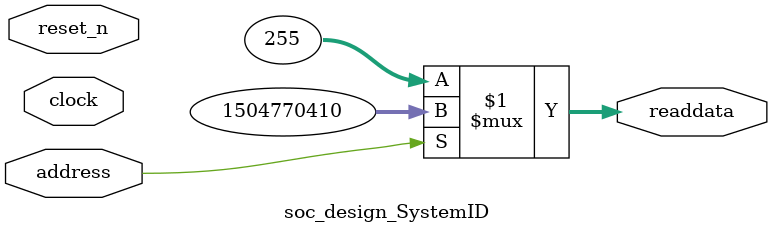
<source format=v>



// synthesis translate_off
`timescale 1ns / 1ps
// synthesis translate_on

// turn off superfluous verilog processor warnings 
// altera message_level Level1 
// altera message_off 10034 10035 10036 10037 10230 10240 10030 

module soc_design_SystemID (
               // inputs:
                address,
                clock,
                reset_n,

               // outputs:
                readdata
             )
;

  output  [ 31: 0] readdata;
  input            address;
  input            clock;
  input            reset_n;

  wire    [ 31: 0] readdata;
  //control_slave, which is an e_avalon_slave
  assign readdata = address ? 1504770410 : 255;

endmodule



</source>
